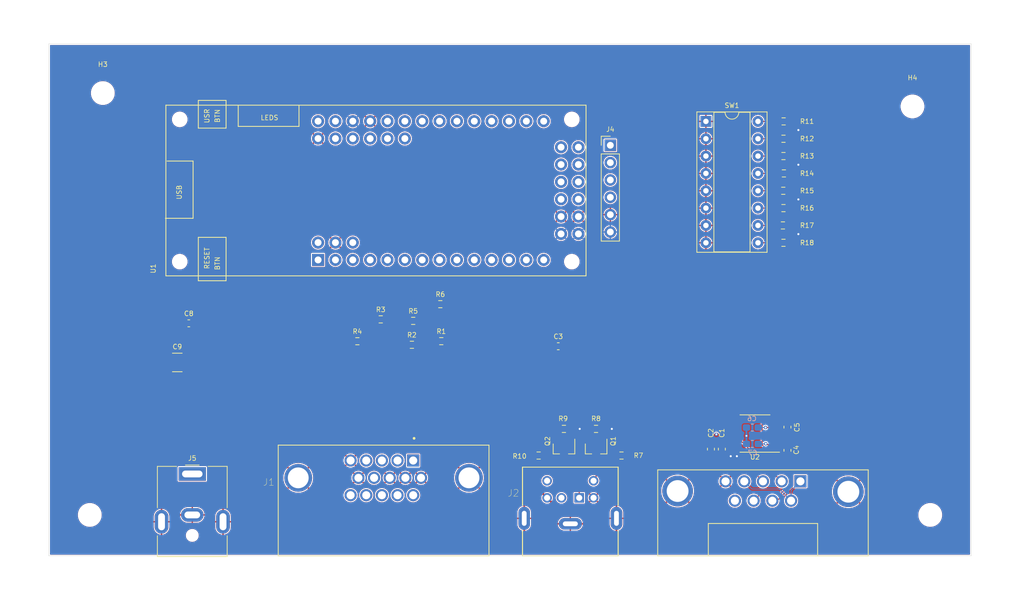
<source format=kicad_pcb>
(kicad_pcb (version 20171130) (host pcbnew 5.1.9-1.fc33)
  (layers (0 F.Cu signal) (31 B.Cu signal) (34 B.Paste user) (35 F.Paste user) (36 B.SilkS user) (37 F.SilkS user) (38 B.Mask user) (39 F.Mask user) (44 Edge.Cuts user))
  (net 0 "")
  (net 1 GND)
  (net 2 +3V3)
  (net 3 +5V)
  (net 4 "Net-(C4-Pad2)")
  (net 5 "Net-(C4-Pad1)")
  (net 6 "Net-(C5-Pad1)")
  (net 7 "Net-(C5-Pad2)")
  (net 8 "Net-(C6-Pad1)")
  (net 9 "Net-(C7-Pad1)")
  (net 10 /VCC-5.0)
  (net 11 /RED)
  (net 12 /GREEN)
  (net 13 /BLUE)
  (net 14 /HSYNC)
  (net 15 /VSYNC)
  (net 16 "Net-(J2-Pad1)")
  (net 17 "Net-(J2-Pad5)")
  (net 18 "Net-(J3-Pad1)")
  (net 19 /RXD)
  (net 20 /TXD)
  (net 21 /RTS)
  (net 22 /CTS)
  (net 23 /DBG_UART_RTS)
  (net 24 /DBG_UART_CTS)
  (net 25 /DBG_UART_RX)
  (net 26 /DBG_UART_TX)
  (net 27 /KBD_CLK)
  (net 28 /KBD_DATA)
  (net 29 /PIXEL_R1)
  (net 30 /PIXEL_R2)
  (net 31 /PIXEL_G1)
  (net 32 /PIXEL_G2)
  (net 33 /PIXEL_B1)
  (net 34 /PIXEL_B2)
  (net 35 /DIP_SW0)
  (net 36 /DIP_SW1)
  (net 37 /DIP_SW2)
  (net 38 /DIP_SW3)
  (net 39 /DIP_SW4)
  (net 40 /DIP_SW5)
  (net 41 /DIP_SW6)
  (net 42 /DIP_SW7)
  (net 43 /UART_RX)
  (net 44 /UART_TX)
  (net 45 /UART_RTS)
  (net 46 /UART_CTS)
  (module falco_VIAS:VIA-0.6mm (layer F.Cu) (at 112.4 131.4)
    (fp_text reference REF** hide)
    (fp_text value VIA-0.6mm hide)
    (pad 1 thru_hole circle (at 0 0) (size 0.6 0.6) (drill 0.3) (layers *.Cu) (net 2 +3V3))
  )
  (module falco_VIAS:VIA-0.6mm (layer F.Cu) (at 107.7 131.4)
    (fp_text reference REF** hide)
    (fp_text value VIA-0.6mm hide)
    (pad 1 thru_hole circle (at 0 0) (size 0.6 0.6) (drill 0.3) (layers *.Cu) (net 2 +3V3))
  )
  (module falco_VIAS:VIA-0.6mm (layer F.Cu) (at 127.7 132.2)
    (fp_text reference REF** hide)
    (fp_text value VIA-0.6mm hide)
    (pad 1 thru_hole circle (at 0 0) (size 0.508 0.508) (drill 0.254) (layers *.Cu) (net 1 GND))
  )
  (module falco_VIAS:VIA-0.6mm (layer F.Cu) (at 130.7 135.4)
    (fp_text reference REF** hide)
    (fp_text value VIA-0.6mm hide)
    (pad 1 thru_hole circle (at 0 0) (size 0.6 0.6) (drill 0.3) (layers *.Cu) (net 2 +3V3))
  )
  (module falco_VIAS:VIA-0.6mm (layer F.Cu) (at 132.1 132.42)
    (fp_text reference REF** hide)
    (fp_text value VIA-0.6mm hide)
    (pad 1 thru_hole circle (at 0 0) (size 0.508 0.508) (drill 0.254) (layers *.Cu) (net 1 GND))
  )
  (module falco_VIAS:VIA-0.6mm (layer F.Cu) (at 129.8 135.4)
    (fp_text reference REF** hide)
    (fp_text value VIA-0.6mm hide)
    (pad 1 thru_hole circle (at 0 0) (size 0.6 0.6) (drill 0.3) (layers *.Cu) (net 2 +3V3))
  )
  (module falco_VIAS:VIA-0.6mm (layer F.Cu) (at 139.7 97.79)
    (fp_text reference REF** hide)
    (fp_text value VIA-0.6mm hide)
    (pad 1 thru_hole circle (at 0 0) (size 0.6 0.6) (drill 0.3) (layers *.Cu) (net 2 +3V3))
  )
  (module falco_VIAS:VIA-0.6mm (layer F.Cu) (at 139.7 102.87)
    (fp_text reference REF** hide)
    (fp_text value VIA-0.6mm hide)
    (pad 1 thru_hole circle (at 0 0) (size 0.6 0.6) (drill 0.3) (layers *.Cu) (net 2 +3V3))
  )
  (module falco_VIAS:VIA-0.6mm (layer F.Cu) (at 139.7 92.71)
    (fp_text reference REF** hide)
    (fp_text value VIA-0.6mm hide)
    (pad 1 thru_hole circle (at 0 0) (size 0.6 0.6) (drill 0.3) (layers *.Cu) (net 2 +3V3))
  )
  (module falco_VIAS:VIA-0.6mm (layer F.Cu) (at 139.7 87.63)
    (fp_text reference REF** hide)
    (fp_text value VIA-0.6mm hide)
    (pad 1 thru_hole circle (at 0 0) (size 0.6 0.6) (drill 0.3) (layers *.Cu) (net 2 +3V3))
  )
  (module falco_terminal:CUI_MD-60SM (layer F.Cu) (at 106.327 143.5 180)
    (fp_text reference J2 (at 8.327 2.7) (layer F.SilkS) (effects (font (size 1.00087 1.00087) (thickness 0.05))))
    (fp_text value Mini-DIN-6 hide)
    (pad S1 thru_hole oval (at 0 -1.8 180) (size 3.4 1.7) (drill oval 2.2 0.7) (layers *.Cu *.Mask) (net 1 GND))
    (pad 3 thru_hole circle (at -3.4 2 180) (size 1.408 1.408) (drill 0.9) (layers *.Cu *.Mask) (net 1 GND))
    (pad 1 thru_hole rect (at -1.3 2 180) (size 1.408 1.408) (drill 0.9) (layers *.Cu *.Mask) (net 16 "Net-(J2-Pad1)"))
    (pad 2 thru_hole circle (at 1.3 2 180) (size 1.408 1.408) (drill 0.9) (layers *.Cu *.Mask))
    (pad 4 thru_hole circle (at 3.4 2 180) (size 1.408 1.408) (drill 0.9) (layers *.Cu *.Mask) (net 3 +5V))
    (pad 5 thru_hole circle (at -3.4 4.5 180) (size 1.408 1.408) (drill 0.9) (layers *.Cu *.Mask) (net 17 "Net-(J2-Pad5)"))
    (pad 6 thru_hole circle (at 3.4 4.5 180) (size 1.408 1.408) (drill 0.9) (layers *.Cu *.Mask))
    (pad S2 thru_hole oval (at -6.75 -1 270) (size 3.4 1.7) (drill oval 2.2 0.7) (layers *.Cu *.Mask) (net 1 GND))
    (pad S3 thru_hole oval (at 6.75 -1 270) (size 3.4 1.7) (drill oval 2.2 0.7) (layers *.Cu *.Mask) (net 1 GND))
  )
  (module falco_terminal:AMPHENOL_L77HDE15SD1CH4F (layer F.Cu) (at 79 138.57)
    (fp_text reference J1 (at -16.8 0.63) (layer F.SilkS) (effects (font (thickness 0.05))))
    (fp_text value L77HDE15SD1CH4F-ND hide)
    (pad 1 thru_hole rect (at 4.33 -2.54) (size 1.785 1.785) (drill 1.19) (layers *.Cu *.Mask) (net 11 /RED))
    (pad 2 thru_hole circle (at 2.04 -2.54) (size 1.785 1.785) (drill 1.19) (layers *.Cu *.Mask) (net 12 /GREEN))
    (pad 3 thru_hole circle (at -0.25 -2.54) (size 1.785 1.785) (drill 1.19) (layers *.Cu *.Mask) (net 13 /BLUE))
    (pad 4 thru_hole circle (at -2.54 -2.54) (size 1.785 1.785) (drill 1.19) (layers *.Cu *.Mask))
    (pad 5 thru_hole circle (at -4.83 -2.54) (size 1.785 1.785) (drill 1.19) (layers *.Cu *.Mask) (net 1 GND))
    (pad 6 thru_hole circle (at 5.475 0) (size 1.785 1.785) (drill 1.19) (layers *.Cu *.Mask) (net 1 GND))
    (pad 7 thru_hole circle (at 3.185 0) (size 1.785 1.785) (drill 1.19) (layers *.Cu *.Mask) (net 1 GND))
    (pad 8 thru_hole circle (at 0.895 0) (size 1.785 1.785) (drill 1.19) (layers *.Cu *.Mask) (net 1 GND))
    (pad 9 thru_hole circle (at -1.395 0) (size 1.785 1.785) (drill 1.19) (layers *.Cu *.Mask))
    (pad 10 thru_hole circle (at -3.685 0) (size 1.785 1.785) (drill 1.19) (layers *.Cu *.Mask) (net 1 GND))
    (pad 11 thru_hole circle (at 4.33 2.54) (size 1.785 1.785) (drill 1.19) (layers *.Cu *.Mask))
    (pad 12 thru_hole circle (at 2.04 2.54) (size 1.785 1.785) (drill 1.19) (layers *.Cu *.Mask))
    (pad 13 thru_hole circle (at -0.25 2.54) (size 1.785 1.785) (drill 1.19) (layers *.Cu *.Mask) (net 14 /HSYNC))
    (pad 14 thru_hole circle (at -2.54 2.54) (size 1.785 1.785) (drill 1.19) (layers *.Cu *.Mask) (net 15 /VSYNC))
    (pad 15 thru_hole circle (at -4.83 2.54) (size 1.785 1.785) (drill 1.19) (layers *.Cu *.Mask))
    (pad S1 thru_hole circle (at -12.495 0) (size 4.066 4.066) (drill 3.05) (layers *.Cu *.Mask) (net 1 GND))
    (pad S2 thru_hole circle (at 12.495 0) (size 4.066 4.066) (drill 3.05) (layers *.Cu *.Mask) (net 1 GND))
  )
  (module Package_TO_SOT_SMD:SOT-23 (layer F.Cu) (at 110.1 134.3 270)
    (fp_text reference Q1 (at -1.1 -2.5 90) (layer F.SilkS) (effects (font (size 0.7 0.7) (thickness 0.1))))
    (fp_text value BSS138)
    (pad 1 smd rect (at -1 -0.95 270) (size 0.9 0.8) (layers F.Cu F.Paste F.Mask) (net 2 +3V3))
    (pad 2 smd rect (at -1 0.95 270) (size 0.9 0.8) (layers F.Cu F.Paste F.Mask) (net 27 /KBD_CLK))
    (pad 3 smd rect (at 1 0 270) (size 0.9 0.8) (layers F.Cu F.Paste F.Mask) (net 17 "Net-(J2-Pad5)"))
  )
  (module Package_TO_SOT_SMD:SOT-23 (layer F.Cu) (at 105.4 134.3 270)
    (fp_text reference Q2 (at -1.1 2.4 90) (layer F.SilkS) (effects (font (size 0.7 0.7) (thickness 0.1))))
    (fp_text value BSS138)
    (pad 3 smd rect (at 1 0 270) (size 0.9 0.8) (layers F.Cu F.Paste F.Mask) (net 16 "Net-(J2-Pad1)"))
    (pad 2 smd rect (at -1 0.95 270) (size 0.9 0.8) (layers F.Cu F.Paste F.Mask) (net 28 /KBD_DATA))
    (pad 1 smd rect (at -1 -0.95 270) (size 0.9 0.8) (layers F.Cu F.Paste F.Mask) (net 2 +3V3))
  )
  (module Capacitor_SMD:C_0603_1608Metric_Pad1.08x0.95mm_HandSolder (layer F.Cu) (at 128.5 134.3625 90)
    (fp_text reference C1 (at 2.3625 0 90) (layer F.SilkS) (effects (font (size 0.7 0.7) (thickness 0.1))))
    (fp_text value 0.1u)
    (pad 1 smd roundrect (at -0.8625 0 90) (size 1.075 0.95) (layers F.Cu F.Paste F.Mask) (net 2 +3V3))
    (pad 2 smd roundrect (at 0.8625 0 90) (size 1.075 0.95) (layers F.Cu F.Paste F.Mask) (net 1 GND))
  )
  (module Capacitor_SMD:C_0603_1608Metric_Pad1.08x0.95mm_HandSolder (layer F.Cu) (at 126.9 134.3625 90)
    (fp_text reference C2 (at 2.3625 0 90) (layer F.SilkS) (effects (font (size 0.7 0.7) (thickness 0.1))))
    (fp_text value 10u)
    (pad 2 smd roundrect (at 0.8625 0 90) (size 1.075 0.95) (layers F.Cu F.Paste F.Mask) (net 1 GND))
    (pad 1 smd roundrect (at -0.8625 0 90) (size 1.075 0.95) (layers F.Cu F.Paste F.Mask) (net 2 +3V3))
  )
  (module Capacitor_SMD:C_0603_1608Metric_Pad1.08x0.95mm_HandSolder (layer F.Cu) (at 104.56 119.3)
    (fp_text reference C3 (at 0 -1.43) (layer F.SilkS) (effects (font (size 0.7 0.7) (thickness 0.1))))
    (fp_text value 0.1u)
    (pad 1 smd roundrect (at -0.8625 0) (size 1.075 0.95) (layers F.Cu F.Paste F.Mask) (net 3 +5V))
    (pad 2 smd roundrect (at 0.8625 0) (size 1.075 0.95) (layers F.Cu F.Paste F.Mask) (net 1 GND))
  )
  (module Capacitor_SMD:C_0603_1608Metric_Pad1.08x0.95mm_HandSolder (layer F.Cu) (at 138.1 134.5375 90)
    (fp_text reference C4 (at 0.0625 1.3 90) (layer F.SilkS) (effects (font (size 0.7 0.7) (thickness 0.1))))
    (fp_text value 0.1u)
    (pad 2 smd roundrect (at 0.8625 0 90) (size 1.075 0.95) (layers F.Cu F.Paste F.Mask) (net 4 "Net-(C4-Pad2)"))
    (pad 1 smd roundrect (at -0.8625 0 90) (size 1.075 0.95) (layers F.Cu F.Paste F.Mask) (net 5 "Net-(C4-Pad1)"))
  )
  (module Capacitor_SMD:C_0603_1608Metric_Pad1.08x0.95mm_HandSolder (layer F.Cu) (at 138.1 131.1375 90)
    (fp_text reference C5 (at -0.0375 1.4 90) (layer F.SilkS) (effects (font (size 0.7 0.7) (thickness 0.1))))
    (fp_text value 0.1u)
    (pad 1 smd roundrect (at -0.8625 0 90) (size 1.075 0.95) (layers F.Cu F.Paste F.Mask) (net 6 "Net-(C5-Pad1)"))
    (pad 2 smd roundrect (at 0.8625 0 90) (size 1.075 0.95) (layers F.Cu F.Paste F.Mask) (net 7 "Net-(C5-Pad2)"))
  )
  (module Capacitor_SMD:C_0603_1608Metric_Pad1.08x0.95mm_HandSolder (layer B.Cu) (at 132.9625 131.2 180)
    (fp_text reference C6 (at 0.0625 1.3) (layer B.SilkS) (effects (font (size 0.7 0.7) (thickness 0.1)) (justify mirror)))
    (fp_text value 0.1u)
    (pad 2 smd roundrect (at 0.8625 0 180) (size 1.075 0.95) (layers B.Cu B.Paste B.Mask) (net 1 GND))
    (pad 1 smd roundrect (at -0.8625 0 180) (size 1.075 0.95) (layers B.Cu B.Paste B.Mask) (net 8 "Net-(C6-Pad1)"))
  )
  (module Capacitor_SMD:C_0603_1608Metric_Pad1.08x0.95mm_HandSolder (layer B.Cu) (at 132.9625 133.6 180)
    (fp_text reference C7 (at -0.0375 -1.3) (layer B.SilkS) (effects (font (size 0.7 0.7) (thickness 0.1)) (justify mirror)))
    (fp_text value 0.1u)
    (pad 2 smd roundrect (at 0.8625 0 180) (size 1.075 0.95) (layers B.Cu B.Paste B.Mask) (net 1 GND))
    (pad 1 smd roundrect (at -0.8625 0 180) (size 1.075 0.95) (layers B.Cu B.Paste B.Mask) (net 9 "Net-(C7-Pad1)"))
  )
  (module Capacitor_SMD:C_0603_1608Metric_Pad1.08x0.95mm_HandSolder (layer F.Cu) (at 50.49 115.94)
    (fp_text reference C8 (at 0 -1.43) (layer F.SilkS) (effects (font (size 0.7 0.7) (thickness 0.1))))
    (fp_text value 0.1u)
    (pad 1 smd roundrect (at -0.8625 0) (size 1.075 0.95) (layers F.Cu F.Paste F.Mask) (net 10 /VCC-5.0))
    (pad 2 smd roundrect (at 0.8625 0) (size 1.075 0.95) (layers F.Cu F.Paste F.Mask) (net 1 GND))
  )
  (module Capacitor_SMD:C_1210_3225Metric_Pad1.33x2.70mm_HandSolder (layer F.Cu) (at 48.8075 121.67)
    (fp_text reference C9 (at 0 -2.3) (layer F.SilkS) (effects (font (size 0.7 0.7) (thickness 0.1))))
    (fp_text value 100u)
    (pad 1 smd roundrect (at -1.5625 0) (size 1.325 2.7) (layers F.Cu F.Paste F.Mask) (roundrect_rratio 0.188679) (net 10 /VCC-5.0))
    (pad 2 smd roundrect (at 1.5625 0) (size 1.325 2.7) (layers F.Cu F.Paste F.Mask) (roundrect_rratio 0.188679) (net 1 GND))
  )
  (module falco_terminal:AMPHENOL_LD09S33E4GX00LF (layer F.Cu) (at 134.521 140.5)
    (fp_text reference J3 hide)
    (fp_text value "UART Connector")
    (pad S1 thru_hole circle (at -12.495 0) (size 4.5 4.5) (drill 3.19) (layers *.Cu *.Mask) (net 1 GND))
    (pad S2 thru_hole circle (at 12.495 0.1016) (size 4.5 4.5) (drill 3.19) (layers *.Cu *.Mask) (net 1 GND))
    (pad 5 thru_hole circle (at -5.48 -1.42) (size 1.785 1.785) (drill 1.19) (layers *.Cu *.Mask) (net 1 GND))
    (pad 1 thru_hole rect (at 5.48 -1.42) (size 1.785 1.785) (drill 1.19) (layers *.Cu *.Mask) (net 18 "Net-(J3-Pad1)"))
    (pad 2 thru_hole circle (at 2.74 -1.42) (size 1.785 1.785) (drill 1.19) (layers *.Cu *.Mask) (net 19 /RXD))
    (pad 3 thru_hole circle (at 0 -1.42) (size 1.785 1.785) (drill 1.19) (layers *.Cu *.Mask) (net 20 /TXD))
    (pad 4 thru_hole circle (at -2.74 -1.42) (size 1.785 1.785) (drill 1.19) (layers *.Cu *.Mask) (net 18 "Net-(J3-Pad1)"))
    (pad 6 thru_hole circle (at 4.11 1.42) (size 1.785 1.785) (drill 1.19) (layers *.Cu *.Mask) (net 18 "Net-(J3-Pad1)"))
    (pad 7 thru_hole circle (at 1.37 1.42) (size 1.785 1.785) (drill 1.19) (layers *.Cu *.Mask) (net 21 /RTS))
    (pad 8 thru_hole circle (at -1.37 1.42) (size 1.785 1.785) (drill 1.19) (layers *.Cu *.Mask) (net 22 /CTS))
    (pad 9 thru_hole circle (at -4.11 1.42) (size 1.785 1.785) (drill 1.19) (layers *.Cu *.Mask))
  )
  (module Connector_PinHeader_2.54mm:PinHeader_1x06_P2.54mm_Vertical (layer F.Cu) (at 112.18 89.86)
    (fp_text reference J4 (at 0 -2.33) (layer F.SilkS) (effects (font (size 0.7 0.7) (thickness 0.1))))
    (fp_text value "DEBUG UART HEADER")
    (pad 1 thru_hole rect (at 0 0) (size 1.7 1.7) (drill 1) (layers *.Cu *.Mask) (net 23 /DBG_UART_RTS))
    (pad 2 thru_hole oval (at 0 2.54) (size 1.7 1.7) (drill 1) (layers *.Cu *.Mask) (net 24 /DBG_UART_CTS))
    (pad 3 thru_hole oval (at 0 5.08) (size 1.7 1.7) (drill 1) (layers *.Cu *.Mask) (net 25 /DBG_UART_RX))
    (pad 4 thru_hole oval (at 0 7.62) (size 1.7 1.7) (drill 1) (layers *.Cu *.Mask) (net 26 /DBG_UART_TX))
    (pad 5 thru_hole oval (at 0 10.16) (size 1.7 1.7) (drill 1) (layers *.Cu *.Mask) (net 1 GND))
    (pad 6 thru_hole oval (at 0 12.7) (size 1.7 1.7) (drill 1) (layers *.Cu *.Mask) (net 2 +3V3))
  )
  (module falco_terminal:BarrelJack_CUI_PJ-063AH_Horizontal (layer F.Cu) (at 51 138)
    (fp_text reference J5 (at 0 -2.3) (layer F.SilkS) (effects (font (size 0.7 0.7) (thickness 0.1))))
    (fp_text value Power hide)
    (pad 1 thru_hole rect (at 0 0) (size 4 2) (drill oval 3 1) (layers *.Cu *.Mask) (net 10 /VCC-5.0))
    (pad 2 thru_hole oval (at 0 6) (size 3.3 2) (drill oval 2.3 1) (layers *.Cu *.Mask) (net 1 GND))
    (pad MP thru_hole oval (at -4.5 7) (size 2 3.5) (drill oval 1 2.5) (layers *.Cu *.Mask) (net 1 GND))
    (pad MP thru_hole oval (at 4.5 7) (size 2 3.5) (drill oval 1 2.5) (layers *.Cu *.Mask) (net 1 GND))
    (pad "" np_thru_hole circle (at 0 9) (size 1.6 1.6) (drill 1.6) (layers *.Cu *.Mask))
  )
  (module Resistor_SMD:R_0603_1608Metric_Pad0.98x0.95mm_HandSolder (layer F.Cu) (at 87.44 118.55)
    (fp_text reference R1 (at 0 -1.43) (layer F.SilkS) (effects (font (size 0.7 0.7) (thickness 0.1))))
    (fp_text value 500)
    (pad 1 smd roundrect (at -0.9125 0) (size 0.975 0.95) (layers F.Cu F.Paste F.Mask) (net 11 /RED))
    (pad 2 smd roundrect (at 0.9125 0) (size 0.975 0.95) (layers F.Cu F.Paste F.Mask) (net 29 /PIXEL_R1))
  )
  (module Resistor_SMD:R_0603_1608Metric_Pad0.98x0.95mm_HandSolder (layer F.Cu) (at 83.14 119.08)
    (fp_text reference R2 (at 0 -1.43) (layer F.SilkS) (effects (font (size 0.7 0.7) (thickness 0.1))))
    (fp_text value 1k)
    (pad 2 smd roundrect (at 0.9125 0) (size 0.975 0.95) (layers F.Cu F.Paste F.Mask) (net 30 /PIXEL_R2))
    (pad 1 smd roundrect (at -0.9125 0) (size 0.975 0.95) (layers F.Cu F.Paste F.Mask) (net 11 /RED))
  )
  (module Resistor_SMD:R_0603_1608Metric_Pad0.98x0.95mm_HandSolder (layer F.Cu) (at 78.58 115.36)
    (fp_text reference R3 (at 0 -1.43) (layer F.SilkS) (effects (font (size 0.7 0.7) (thickness 0.1))))
    (fp_text value 500)
    (pad 1 smd roundrect (at -0.9125 0) (size 0.975 0.95) (layers F.Cu F.Paste F.Mask) (net 12 /GREEN))
    (pad 2 smd roundrect (at 0.9125 0) (size 0.975 0.95) (layers F.Cu F.Paste F.Mask) (net 31 /PIXEL_G1))
  )
  (module Resistor_SMD:R_0603_1608Metric_Pad0.98x0.95mm_HandSolder (layer F.Cu) (at 75.16 118.56)
    (fp_text reference R4 (at 0 -1.43) (layer F.SilkS) (effects (font (size 0.7 0.7) (thickness 0.1))))
    (fp_text value 1k)
    (pad 2 smd roundrect (at 0.9125 0) (size 0.975 0.95) (layers F.Cu F.Paste F.Mask) (net 32 /PIXEL_G2))
    (pad 1 smd roundrect (at -0.9125 0) (size 0.975 0.95) (layers F.Cu F.Paste F.Mask) (net 12 /GREEN))
  )
  (module Resistor_SMD:R_0603_1608Metric_Pad0.98x0.95mm_HandSolder (layer F.Cu) (at 83.33 115.58)
    (fp_text reference R5 (at 0 -1.43) (layer F.SilkS) (effects (font (size 0.7 0.7) (thickness 0.1))))
    (fp_text value 500)
    (pad 1 smd roundrect (at -0.9125 0) (size 0.975 0.95) (layers F.Cu F.Paste F.Mask) (net 13 /BLUE))
    (pad 2 smd roundrect (at 0.9125 0) (size 0.975 0.95) (layers F.Cu F.Paste F.Mask) (net 33 /PIXEL_B1))
  )
  (module Resistor_SMD:R_0603_1608Metric_Pad0.98x0.95mm_HandSolder (layer F.Cu) (at 87.3 113.13)
    (fp_text reference R6 (at 0 -1.43) (layer F.SilkS) (effects (font (size 0.7 0.7) (thickness 0.1))))
    (fp_text value 1k)
    (pad 2 smd roundrect (at 0.9125 0) (size 0.975 0.95) (layers F.Cu F.Paste F.Mask) (net 34 /PIXEL_B2))
    (pad 1 smd roundrect (at -0.9125 0) (size 0.975 0.95) (layers F.Cu F.Paste F.Mask) (net 13 /BLUE))
  )
  (module Resistor_SMD:R_0603_1608Metric_Pad0.98x0.95mm_HandSolder (layer F.Cu) (at 113.8125 135.3 180)
    (fp_text reference R7 (at -2.4875 0) (layer F.SilkS) (effects (font (size 0.7 0.7) (thickness 0.1))))
    (fp_text value 10k)
    (pad 2 smd roundrect (at 0.9125 0 180) (size 0.975 0.95) (layers F.Cu F.Paste F.Mask) (net 17 "Net-(J2-Pad5)"))
    (pad 1 smd roundrect (at -0.9125 0 180) (size 0.975 0.95) (layers F.Cu F.Paste F.Mask) (net 3 +5V))
  )
  (module Resistor_SMD:R_0603_1608Metric_Pad0.98x0.95mm_HandSolder (layer F.Cu) (at 110.0875 131.4 180)
    (fp_text reference R8 (at 0 1.5) (layer F.SilkS) (effects (font (size 0.7 0.7) (thickness 0.1))))
    (fp_text value 10k)
    (pad 1 smd roundrect (at -0.9125 0 180) (size 0.975 0.95) (layers F.Cu F.Paste F.Mask) (net 2 +3V3))
    (pad 2 smd roundrect (at 0.9125 0 180) (size 0.975 0.95) (layers F.Cu F.Paste F.Mask) (net 27 /KBD_CLK))
  )
  (module Resistor_SMD:R_0603_1608Metric_Pad0.98x0.95mm_HandSolder (layer F.Cu) (at 105.3875 131.4 180)
    (fp_text reference R9 (at 0.1125 1.5) (layer F.SilkS) (effects (font (size 0.7 0.7) (thickness 0.1))))
    (fp_text value 10k)
    (pad 2 smd roundrect (at 0.9125 0 180) (size 0.975 0.95) (layers F.Cu F.Paste F.Mask) (net 28 /KBD_DATA))
    (pad 1 smd roundrect (at -0.9125 0 180) (size 0.975 0.95) (layers F.Cu F.Paste F.Mask) (net 2 +3V3))
  )
  (module Resistor_SMD:R_0603_1608Metric_Pad0.98x0.95mm_HandSolder (layer F.Cu) (at 101.6875 135.3)
    (fp_text reference R10 (at -2.7875 0.1) (layer F.SilkS) (effects (font (size 0.7 0.7) (thickness 0.1))))
    (fp_text value 10k)
    (pad 1 smd roundrect (at -0.9125 0) (size 0.975 0.95) (layers F.Cu F.Paste F.Mask) (net 3 +5V))
    (pad 2 smd roundrect (at 0.9125 0) (size 0.975 0.95) (layers F.Cu F.Paste F.Mask) (net 16 "Net-(J2-Pad1)"))
  )
  (module Resistor_SMD:R_0603_1608Metric_Pad0.98x0.95mm_HandSolder (layer F.Cu) (at 137.5425 86.36 180)
    (fp_text reference R11 (at -3.4275 0) (layer F.SilkS) (effects (font (size 0.7 0.7) (thickness 0.1))))
    (fp_text value 10k)
    (pad 2 smd roundrect (at 0.9125 0 180) (size 0.975 0.95) (layers F.Cu F.Paste F.Mask) (net 35 /DIP_SW0))
    (pad 1 smd roundrect (at -0.9125 0 180) (size 0.975 0.95) (layers F.Cu F.Paste F.Mask) (net 2 +3V3))
  )
  (module Resistor_SMD:R_0603_1608Metric_Pad0.98x0.95mm_HandSolder (layer F.Cu) (at 137.52 88.9 180)
    (fp_text reference R12 (at -3.45 0) (layer F.SilkS) (effects (font (size 0.7 0.7) (thickness 0.1))))
    (fp_text value 10k)
    (pad 1 smd roundrect (at -0.9125 0 180) (size 0.975 0.95) (layers F.Cu F.Paste F.Mask) (net 2 +3V3))
    (pad 2 smd roundrect (at 0.9125 0 180) (size 0.975 0.95) (layers F.Cu F.Paste F.Mask) (net 36 /DIP_SW1))
  )
  (module Resistor_SMD:R_0603_1608Metric_Pad0.98x0.95mm_HandSolder (layer F.Cu) (at 137.5175 91.44 180)
    (fp_text reference R13 (at -3.4525 0) (layer F.SilkS) (effects (font (size 0.7 0.7) (thickness 0.1))))
    (fp_text value 10k)
    (pad 1 smd roundrect (at -0.9125 0 180) (size 0.975 0.95) (layers F.Cu F.Paste F.Mask) (net 2 +3V3))
    (pad 2 smd roundrect (at 0.9125 0 180) (size 0.975 0.95) (layers F.Cu F.Paste F.Mask) (net 37 /DIP_SW2))
  )
  (module Resistor_SMD:R_0603_1608Metric_Pad0.98x0.95mm_HandSolder (layer F.Cu) (at 137.58 93.98 180)
    (fp_text reference R14 (at -3.39 0) (layer F.SilkS) (effects (font (size 0.7 0.7) (thickness 0.1))))
    (fp_text value 10k)
    (pad 2 smd roundrect (at 0.9125 0 180) (size 0.975 0.95) (layers F.Cu F.Paste F.Mask) (net 38 /DIP_SW3))
    (pad 1 smd roundrect (at -0.9125 0 180) (size 0.975 0.95) (layers F.Cu F.Paste F.Mask) (net 2 +3V3))
  )
  (module Resistor_SMD:R_0603_1608Metric_Pad0.98x0.95mm_HandSolder (layer F.Cu) (at 137.4875 96.52 180)
    (fp_text reference R15 (at -3.4825 0) (layer F.SilkS) (effects (font (size 0.7 0.7) (thickness 0.1))))
    (fp_text value 10k)
    (pad 1 smd roundrect (at -0.9125 0 180) (size 0.975 0.95) (layers F.Cu F.Paste F.Mask) (net 2 +3V3))
    (pad 2 smd roundrect (at 0.9125 0 180) (size 0.975 0.95) (layers F.Cu F.Paste F.Mask) (net 39 /DIP_SW4))
  )
  (module Resistor_SMD:R_0603_1608Metric_Pad0.98x0.95mm_HandSolder (layer F.Cu) (at 137.5175 99.06 180)
    (fp_text reference R16 (at -3.4525 0) (layer F.SilkS) (effects (font (size 0.7 0.7) (thickness 0.1))))
    (fp_text value 10k)
    (pad 2 smd roundrect (at 0.9125 0 180) (size 0.975 0.95) (layers F.Cu F.Paste F.Mask) (net 40 /DIP_SW5))
    (pad 1 smd roundrect (at -0.9125 0 180) (size 0.975 0.95) (layers F.Cu F.Paste F.Mask) (net 2 +3V3))
  )
  (module Resistor_SMD:R_0603_1608Metric_Pad0.98x0.95mm_HandSolder (layer F.Cu) (at 137.44 101.6 180)
    (fp_text reference R17 (at -3.53 0) (layer F.SilkS) (effects (font (size 0.7 0.7) (thickness 0.1))))
    (fp_text value 10k)
    (pad 1 smd roundrect (at -0.9125 0 180) (size 0.975 0.95) (layers F.Cu F.Paste F.Mask) (net 2 +3V3))
    (pad 2 smd roundrect (at 0.9125 0 180) (size 0.975 0.95) (layers F.Cu F.Paste F.Mask) (net 41 /DIP_SW6))
  )
  (module Resistor_SMD:R_0603_1608Metric_Pad0.98x0.95mm_HandSolder (layer F.Cu) (at 137.5175 104.14 180)
    (fp_text reference R18 (at -3.4525 0) (layer F.SilkS) (effects (font (size 0.7 0.7) (thickness 0.1))))
    (fp_text value 10k)
    (pad 2 smd roundrect (at 0.9125 0 180) (size 0.975 0.95) (layers F.Cu F.Paste F.Mask) (net 42 /DIP_SW7))
    (pad 1 smd roundrect (at -0.9125 0 180) (size 0.975 0.95) (layers F.Cu F.Paste F.Mask) (net 2 +3V3))
  )
  (module Package_DIP:DIP-16_W7.62mm_Socket (layer F.Cu) (at 126.17 86.36)
    (fp_text reference SW1 (at 3.81 -2.33) (layer F.SilkS) (effects (font (size 0.7 0.7) (thickness 0.1))))
    (fp_text value CT2088-ND)
    (pad 1 thru_hole rect (at 0 0) (size 1.6 1.6) (drill 0.8) (layers *.Cu *.Mask) (net 1 GND))
    (pad 9 thru_hole oval (at 7.62 17.78) (size 1.6 1.6) (drill 0.8) (layers *.Cu *.Mask) (net 42 /DIP_SW7))
    (pad 2 thru_hole oval (at 0 2.54) (size 1.6 1.6) (drill 0.8) (layers *.Cu *.Mask) (net 1 GND))
    (pad 10 thru_hole oval (at 7.62 15.24) (size 1.6 1.6) (drill 0.8) (layers *.Cu *.Mask) (net 41 /DIP_SW6))
    (pad 3 thru_hole oval (at 0 5.08) (size 1.6 1.6) (drill 0.8) (layers *.Cu *.Mask) (net 1 GND))
    (pad 11 thru_hole oval (at 7.62 12.7) (size 1.6 1.6) (drill 0.8) (layers *.Cu *.Mask) (net 40 /DIP_SW5))
    (pad 4 thru_hole oval (at 0 7.62) (size 1.6 1.6) (drill 0.8) (layers *.Cu *.Mask) (net 1 GND))
    (pad 12 thru_hole oval (at 7.62 10.16) (size 1.6 1.6) (drill 0.8) (layers *.Cu *.Mask) (net 39 /DIP_SW4))
    (pad 5 thru_hole oval (at 0 10.16) (size 1.6 1.6) (drill 0.8) (layers *.Cu *.Mask) (net 1 GND))
    (pad 13 thru_hole oval (at 7.62 7.62) (size 1.6 1.6) (drill 0.8) (layers *.Cu *.Mask) (net 38 /DIP_SW3))
    (pad 6 thru_hole oval (at 0 12.7) (size 1.6 1.6) (drill 0.8) (layers *.Cu *.Mask) (net 1 GND))
    (pad 14 thru_hole oval (at 7.62 5.08) (size 1.6 1.6) (drill 0.8) (layers *.Cu *.Mask) (net 37 /DIP_SW2))
    (pad 7 thru_hole oval (at 0 15.24) (size 1.6 1.6) (drill 0.8) (layers *.Cu *.Mask) (net 1 GND))
    (pad 15 thru_hole oval (at 7.62 2.54) (size 1.6 1.6) (drill 0.8) (layers *.Cu *.Mask) (net 36 /DIP_SW1))
    (pad 8 thru_hole oval (at 0 17.78) (size 1.6 1.6) (drill 0.8) (layers *.Cu *.Mask) (net 1 GND))
    (pad 16 thru_hole oval (at 7.62 0) (size 1.6 1.6) (drill 0.8) (layers *.Cu *.Mask) (net 35 /DIP_SW0))
  )
  (module falco_CYC1000:CYC1000 (layer F.Cu) (at 69.41 106.65 90)
    (fp_text reference U1 (at -1.27 -24.13 90) (layer F.SilkS) (effects (font (size 0.7 0.7) (thickness 0.1))))
    (fp_text value CYC1000)
    (fp_text user USB (at 9.906 -20.32 90) (layer F.SilkS) (effects (font (size 0.7 0.7) (thickness 0.1))))
    (fp_text user USR (at 21.082 -16.256 90) (layer F.SilkS) (effects (font (size 0.7 0.7) (thickness 0.1))))
    (fp_text user BTN (at 21.082 -14.732 90) (layer F.SilkS) (effects (font (size 0.7 0.7) (thickness 0.1))))
    (fp_text user RESET (at 0.254 -16.256 90) (layer F.SilkS) (effects (font (size 0.7 0.7) (thickness 0.1))))
    (fp_text user BTN (at -0.508 -14.732 90) (layer F.SilkS) (effects (font (size 0.7 0.7) (thickness 0.1))))
    (fp_text user LEDS (at 20.828 -7.112) (layer F.SilkS) (effects (font (size 0.7 0.7) (thickness 0.1))))
    (pad 2 thru_hole circle (at 0 2.54 90) (size 1.778 1.778) (drill 1.016) (layers *.Cu *.Mask) (net 29 /PIXEL_R1))
    (pad 1 thru_hole rect (at 0 0 90) (size 1.778 1.778) (drill 1.016) (layers *.Cu *.Mask))
    (pad 3 thru_hole circle (at 0 5.08 90) (size 1.778 1.778) (drill 1.016) (layers *.Cu *.Mask) (net 30 /PIXEL_R2))
    (pad 4 thru_hole circle (at 0 7.62 90) (size 1.778 1.778) (drill 1.016) (layers *.Cu *.Mask) (net 31 /PIXEL_G1))
    (pad 5 thru_hole circle (at 0 10.16 90) (size 1.778 1.778) (drill 1.016) (layers *.Cu *.Mask) (net 32 /PIXEL_G2))
    (pad 6 thru_hole circle (at 0 12.7 90) (size 1.778 1.778) (drill 1.016) (layers *.Cu *.Mask) (net 33 /PIXEL_B1))
    (pad 7 thru_hole circle (at 0 15.24 90) (size 1.778 1.778) (drill 1.016) (layers *.Cu *.Mask) (net 34 /PIXEL_B2))
    (pad 8 thru_hole circle (at 0 17.78 90) (size 1.778 1.778) (drill 1.016) (layers *.Cu *.Mask) (net 14 /HSYNC))
    (pad 9 thru_hole circle (at 0 20.32 90) (size 1.778 1.778) (drill 1.016) (layers *.Cu *.Mask) (net 15 /VSYNC))
    (pad 10 thru_hole circle (at 0 22.86 90) (size 1.778 1.778) (drill 1.016) (layers *.Cu *.Mask) (net 43 /UART_RX))
    (pad 11 thru_hole circle (at 0 25.4 90) (size 1.778 1.778) (drill 1.016) (layers *.Cu *.Mask) (net 44 /UART_TX))
    (pad 12 thru_hole circle (at 0 27.94 90) (size 1.778 1.778) (drill 1.016) (layers *.Cu *.Mask) (net 27 /KBD_CLK))
    (pad 13 thru_hole circle (at 0 30.48 90) (size 1.778 1.778) (drill 1.016) (layers *.Cu *.Mask) (net 28 /KBD_DATA))
    (pad 14 thru_hole circle (at 0 33.02 90) (size 1.778 1.778) (drill 1.016) (layers *.Cu *.Mask) (net 42 /DIP_SW7))
    (pad 15 thru_hole circle (at 2.54 0 90) (size 1.778 1.778) (drill 1.016) (layers *.Cu *.Mask))
    (pad 16 thru_hole circle (at 2.54 2.54 90) (size 1.778 1.778) (drill 1.016) (layers *.Cu *.Mask) (net 1 GND))
    (pad 17 thru_hole circle (at 2.54 5.08 90) (size 1.778 1.778) (drill 1.016) (layers *.Cu *.Mask))
    (pad 18 thru_hole circle (at 17.78 0 90) (size 1.778 1.778) (drill 1.016) (layers *.Cu *.Mask) (net 1 GND))
    (pad 19 thru_hole circle (at 17.78 2.54 90) (size 1.778 1.778) (drill 1.016) (layers *.Cu *.Mask))
    (pad 20 thru_hole circle (at 17.78 5.08 90) (size 1.778 1.778) (drill 1.016) (layers *.Cu *.Mask))
    (pad 21 thru_hole circle (at 17.78 7.62 90) (size 1.778 1.778) (drill 1.016) (layers *.Cu *.Mask))
    (pad 22 thru_hole circle (at 17.78 10.16 90) (size 1.778 1.778) (drill 1.016) (layers *.Cu *.Mask))
    (pad 23 thru_hole circle (at 17.78 12.7 90) (size 1.778 1.778) (drill 1.016) (layers *.Cu *.Mask))
    (pad 24 thru_hole circle (at 20.32 0 90) (size 1.778 1.778) (drill 1.016) (layers *.Cu *.Mask) (net 3 +5V))
    (pad 25 thru_hole circle (at 20.32 2.54 90) (size 1.778 1.778) (drill 1.016) (layers *.Cu *.Mask) (net 10 /VCC-5.0))
    (pad 26 thru_hole circle (at 20.32 5.08 90) (size 1.778 1.778) (drill 1.016) (layers *.Cu *.Mask) (net 2 +3V3))
    (pad 27 thru_hole circle (at 20.32 7.62 90) (size 1.778 1.778) (drill 1.016) (layers *.Cu *.Mask) (net 1 GND))
    (pad 28 thru_hole circle (at 20.32 10.16 90) (size 1.778 1.778) (drill 1.016) (layers *.Cu *.Mask))
    (pad 29 thru_hole circle (at 20.32 12.7 90) (size 1.778 1.778) (drill 1.016) (layers *.Cu *.Mask) (net 45 /UART_RTS))
    (pad 30 thru_hole circle (at 20.32 15.24 90) (size 1.778 1.778) (drill 1.016) (layers *.Cu *.Mask) (net 46 /UART_CTS))
    (pad 31 thru_hole circle (at 20.32 17.78 90) (size 1.778 1.778) (drill 1.016) (layers *.Cu *.Mask) (net 41 /DIP_SW6))
    (pad 32 thru_hole circle (at 20.32 20.32 90) (size 1.778 1.778) (drill 1.016) (layers *.Cu *.Mask) (net 40 /DIP_SW5))
    (pad 33 thru_hole circle (at 20.32 22.86 90) (size 1.778 1.778) (drill 1.016) (layers *.Cu *.Mask) (net 39 /DIP_SW4))
    (pad 34 thru_hole circle (at 20.32 25.4 90) (size 1.778 1.778) (drill 1.016) (layers *.Cu *.Mask) (net 38 /DIP_SW3))
    (pad 35 thru_hole circle (at 20.32 27.94 90) (size 1.778 1.778) (drill 1.016) (layers *.Cu *.Mask) (net 37 /DIP_SW2))
    (pad 36 thru_hole circle (at 20.32 30.48 90) (size 1.778 1.778) (drill 1.016) (layers *.Cu *.Mask) (net 36 /DIP_SW1))
    (pad 37 thru_hole circle (at 20.32 33.02 90) (size 1.778 1.778) (drill 1.016) (layers *.Cu *.Mask) (net 35 /DIP_SW0))
    (pad 38 thru_hole circle (at 3.81 35.56 90) (size 1.778 1.778) (drill 1.016) (layers *.Cu *.Mask) (net 2 +3V3))
    (pad 39 thru_hole circle (at 6.35 35.56 90) (size 1.778 1.778) (drill 1.016) (layers *.Cu *.Mask) (net 1 GND))
    (pad 40 thru_hole circle (at 8.89 35.56 90) (size 1.778 1.778) (drill 1.016) (layers *.Cu *.Mask))
    (pad 41 thru_hole circle (at 11.43 35.56 90) (size 1.778 1.778) (drill 1.016) (layers *.Cu *.Mask))
    (pad 42 thru_hole circle (at 13.97 35.56 90) (size 1.778 1.778) (drill 1.016) (layers *.Cu *.Mask))
    (pad 43 thru_hole circle (at 16.51 35.56 90) (size 1.778 1.778) (drill 1.016) (layers *.Cu *.Mask))
    (pad 44 thru_hole circle (at 3.81 38.1 90) (size 1.778 1.778) (drill 1.016) (layers *.Cu *.Mask) (net 2 +3V3))
    (pad 45 thru_hole circle (at 6.35 38.1 90) (size 1.778 1.778) (drill 1.016) (layers *.Cu *.Mask) (net 1 GND))
    (pad 46 thru_hole circle (at 8.89 38.1 90) (size 1.778 1.778) (drill 1.016) (layers *.Cu *.Mask) (net 26 /DBG_UART_TX))
    (pad 47 thru_hole circle (at 11.43 38.1 90) (size 1.778 1.778) (drill 1.016) (layers *.Cu *.Mask) (net 25 /DBG_UART_RX))
    (pad 48 thru_hole circle (at 13.97 38.1 90) (size 1.778 1.778) (drill 1.016) (layers *.Cu *.Mask) (net 24 /DBG_UART_CTS))
    (pad 49 thru_hole circle (at 16.51 38.1 90) (size 1.778 1.778) (drill 1.016) (layers *.Cu *.Mask) (net 23 /DBG_UART_RTS))
    (pad "" np_thru_hole circle (at -0.254 -20.2438 90) (size 2 2) (drill 2) (layers *.Cu *.Mask))
    (pad "" np_thru_hole circle (at -0.254 37.1348 90) (size 2 2) (drill 2) (layers *.Cu *.Mask))
    (pad "" np_thru_hole circle (at 20.584414 37.1348 90) (size 2 2) (drill 2) (layers *.Cu *.Mask))
    (pad "" np_thru_hole circle (at 20.584414 -20.2438 90) (size 2 2) (drill 2) (layers *.Cu *.Mask))
  )
  (module falco_terminal:TSSOP-16_4.4x5mm_P0.65mm (layer F.Cu) (at 133.35 132.08 180)
    (fp_text reference U2 (at 0 -3.45) (layer F.SilkS) (effects (font (size 0.7 0.7) (thickness 0.1))))
    (fp_text value MAX3232)
    (pad 16 smd roundrect (at 2.9 -2.275 180) (size 1.5 0.45) (layers F.Cu F.Paste F.Mask) (net 2 +3V3))
    (pad 15 smd roundrect (at 2.9 -1.625 180) (size 1.5 0.45) (layers F.Cu F.Paste F.Mask) (net 1 GND))
    (pad 14 smd roundrect (at 2.9 -0.975 180) (size 1.5 0.45) (layers F.Cu F.Paste F.Mask) (net 19 /RXD))
    (pad 13 smd roundrect (at 2.9 -0.325 180) (size 1.5 0.45) (layers F.Cu F.Paste F.Mask) (net 20 /TXD))
    (pad 12 smd roundrect (at 2.9 0.325 180) (size 1.5 0.45) (layers F.Cu F.Paste F.Mask) (net 44 /UART_TX))
    (pad 11 smd roundrect (at 2.9 0.975 180) (size 1.5 0.45) (layers F.Cu F.Paste F.Mask) (net 43 /UART_RX))
    (pad 10 smd roundrect (at 2.9 1.625 180) (size 1.5 0.45) (layers F.Cu F.Paste F.Mask) (net 46 /UART_CTS))
    (pad 9 smd roundrect (at 2.9 2.275 180) (size 1.5 0.45) (layers F.Cu F.Paste F.Mask) (net 45 /UART_RTS))
    (pad 8 smd roundrect (at -2.9 2.275 180) (size 1.5 0.45) (layers F.Cu F.Paste F.Mask) (net 21 /RTS))
    (pad 7 smd roundrect (at -2.9 1.625 180) (size 1.5 0.45) (layers F.Cu F.Paste F.Mask) (net 22 /CTS))
    (pad 6 smd roundrect (at -2.9 0.975 180) (size 1.5 0.45) (layers F.Cu F.Paste F.Mask) (net 8 "Net-(C6-Pad1)"))
    (pad 5 smd roundrect (at -2.9 0.325 180) (size 1.5 0.45) (layers F.Cu F.Paste F.Mask) (net 7 "Net-(C5-Pad2)"))
    (pad 4 smd roundrect (at -2.9 -0.325 180) (size 1.5 0.45) (layers F.Cu F.Paste F.Mask) (net 6 "Net-(C5-Pad1)"))
    (pad 3 smd roundrect (at -2.9 -0.975 180) (size 1.5 0.45) (layers F.Cu F.Paste F.Mask) (net 4 "Net-(C4-Pad2)"))
    (pad 2 smd roundrect (at -2.9 -1.625 180) (size 1.5 0.45) (layers F.Cu F.Paste F.Mask) (net 9 "Net-(C7-Pad1)"))
    (pad 1 smd roundrect (at -2.9 -2.275 180) (size 1.5 0.45) (layers F.Cu F.Paste F.Mask) (net 5 "Net-(C4-Pad1)"))
  )
  (module MountingHole:MountingHole_3.2mm_M3 (layer F.Cu) (at 36 144)
    (fp_text reference H1 hide)
    (fp_text value MountingHole hide)
    (pad 1 np_thru_hole circle (at 0 0) (size 3.2 3.2) (drill 3.2) (layers *.Cu *.Mask))
  )
  (module MountingHole:MountingHole_3.2mm_M3 (layer F.Cu) (at 159 144)
    (fp_text reference H2 hide)
    (fp_text value MountingHole hide)
    (pad 1 np_thru_hole circle (at 0 0) (size 3.2 3.2) (drill 3.2) (layers *.Cu *.Mask))
  )
  (module MountingHole:MountingHole_3.2mm_M3 (layer F.Cu) (at 37.91 82.21)
    (fp_text reference H3 (at 0 -4.2) (layer F.SilkS) (effects (font (size 0.7 0.7) (thickness 0.1))))
    (fp_text value MountingHole)
    (pad 1 np_thru_hole circle (at 0 0) (size 3.2 3.2) (drill 3.2) (layers *.Cu *.Mask))
  )
  (module MountingHole:MountingHole_3.2mm_M3 (layer F.Cu) (at 156.4 84.17)
    (fp_text reference H4 (at 0 -4.2) (layer F.SilkS) (effects (font (size 0.7 0.7) (thickness 0.1))))
    (fp_text value MountingHole)
    (pad 1 np_thru_hole circle (at 0 0) (size 3.2 3.2) (drill 3.2) (layers *.Cu *.Mask))
  )
  (gr_line (start 30 75) (end 30 150) (layer Edge.Cuts) (width 0.05))
  (gr_line (start 165 75) (end 30 75) (layer Edge.Cuts) (width 0.05))
  (gr_line (start 165 150) (end 165 75) (layer Edge.Cuts) (width 0.05))
  (gr_line (start 30 150) (end 165 150) (layer Edge.Cuts) (width 0.05))
  (segment (start 132.1 131.2) (end 132.1 132.42) (width 0.3048) (layer B.Cu) (net 1))
  (segment (start 132.1 133.6) (end 132.1 132.42) (width 0.3048) (layer B.Cu) (net 1))
  (segment (start 128.5 133) (end 127.7 132.2) (width 0.3048) (layer F.Cu) (net 1))
  (segment (start 128.5 133.5) (end 128.5 133) (width 0.3048) (layer F.Cu) (net 1))
  (segment (start 126.9 133) (end 127.7 132.2) (width 0.3048) (layer F.Cu) (net 1))
  (segment (start 126.9 133.5) (end 126.9 133) (width 0.3048) (layer F.Cu) (net 1))
  (segment (start 128.705 133.705) (end 128.5 133.5) (width 0.3048) (layer F.Cu) (net 1))
  (segment (start 130.45 133.705) (end 128.705 133.705) (width 0.3048) (layer F.Cu) (net 1))
  (segment (start 139.7 87.6325) (end 138.4325 88.9) (width 0.3048) (layer F.Cu) (net 2))
  (segment (start 139.7 87.63) (end 139.7 87.6325) (width 0.3048) (layer F.Cu) (net 2))
  (segment (start 139.7 87.605) (end 138.455 86.36) (width 0.3048) (layer F.Cu) (net 2))
  (segment (start 139.7 87.63) (end 139.7 87.605) (width 0.3048) (layer F.Cu) (net 2))
  (segment (start 139.7 92.71) (end 138.43 91.44) (width 0.3048) (layer F.Cu) (net 2))
  (segment (start 139.7 92.7725) (end 138.4925 93.98) (width 0.3048) (layer F.Cu) (net 2))
  (segment (start 139.7 92.71) (end 139.7 92.7725) (width 0.3048) (layer F.Cu) (net 2))
  (segment (start 139.67 97.79) (end 138.4 96.52) (width 0.3048) (layer F.Cu) (net 2))
  (segment (start 139.7 97.79) (end 139.67 97.79) (width 0.3048) (layer F.Cu) (net 2))
  (segment (start 139.7 97.79) (end 138.43 99.06) (width 0.3048) (layer F.Cu) (net 2))
  (segment (start 139.6225 102.87) (end 138.3525 101.6) (width 0.3048) (layer F.Cu) (net 2))
  (segment (start 139.7 102.87) (end 139.6225 102.87) (width 0.3048) (layer F.Cu) (net 2))
  (segment (start 139.7 102.87) (end 138.43 104.14) (width 0.3048) (layer F.Cu) (net 2))
  (segment (start 130.4 134.405) (end 130.41779 134.38721) (width 0.3048) (layer F.Cu) (net 2))
  (segment (start 128.5 135.225) (end 126.9 135.225) (width 0.3048) (layer F.Cu) (net 2))
  (segment (start 128.675 135.4) (end 128.5 135.225) (width 0.3048) (layer F.Cu) (net 2))
  (segment (start 129.8 135.4) (end 128.675 135.4) (width 0.3048) (layer F.Cu) (net 2))
  (segment (start 130.45 135.15) (end 130.7 135.4) (width 0.3048) (layer F.Cu) (net 2))
  (segment (start 130.45 134.355) (end 130.45 135.15) (width 0.3048) (layer F.Cu) (net 2))
  (segment (start 129.8 135.4) (end 130.7 135.4) (width 0.3048) (layer F.Cu) (net 2))
  (segment (start 129.8 135.4) (end 130.1 135.4) (width 0.3048) (layer F.Cu) (net 2))
  (segment (start 130.45 135.05) (end 130.45 134.355) (width 0.3048) (layer F.Cu) (net 2))
  (segment (start 130.1 135.4) (end 130.45 135.05) (width 0.3048) (layer F.Cu) (net 2))
  (segment (start 106.35 131.45) (end 106.3 131.4) (width 0.3048) (layer F.Cu) (net 2))
  (segment (start 106.35 133.3) (end 106.35 131.45) (width 0.3048) (layer F.Cu) (net 2))
  (segment (start 111.05 131.45) (end 111 131.4) (width 0.3048) (layer F.Cu) (net 2))
  (segment (start 111.05 133.3) (end 111.05 131.45) (width 0.3048) (layer F.Cu) (net 2))
  (segment (start 106.3 131.4) (end 107.7 131.4) (width 0.3048) (layer F.Cu) (net 2))
  (segment (start 111 131.4) (end 112.4 131.4) (width 0.3048) (layer F.Cu) (net 2))
  (segment (start 100.775 139.348) (end 100.775 135.3) (width 0.3048) (layer F.Cu) (net 3))
  (segment (start 102.927 141.5) (end 100.775 139.348) (width 0.3048) (layer F.Cu) (net 3))
  (segment (start 114.725 137.995026) (end 114.725 135.3) (width 0.3048) (layer F.Cu) (net 3))
  (segment (start 110.211225 142.508801) (end 114.725 137.995026) (width 0.3048) (layer F.Cu) (net 3))
  (segment (start 103.935801 142.508801) (end 110.211225 142.508801) (width 0.3048) (layer F.Cu) (net 3))
  (segment (start 102.927 141.5) (end 103.935801 142.508801) (width 0.3048) (layer F.Cu) (net 3))
  (segment (start 137.48 133.055) (end 136.25 133.055) (width 0.1524) (layer F.Cu) (net 4))
  (segment (start 138.1 133.675) (end 137.48 133.055) (width 0.1524) (layer F.Cu) (net 4))
  (segment (start 137.055 134.355) (end 138.1 135.4) (width 0.1524) (layer F.Cu) (net 5))
  (segment (start 136.25 134.355) (end 137.055 134.355) (width 0.1524) (layer F.Cu) (net 5))
  (segment (start 137.695 132.405) (end 136.25 132.405) (width 0.1524) (layer F.Cu) (net 6))
  (segment (start 138.1 132) (end 137.695 132.405) (width 0.1524) (layer F.Cu) (net 6))
  (segment (start 137 131.755) (end 136.25 131.755) (width 0.1524) (layer F.Cu) (net 7))
  (segment (start 138.1 130.655) (end 137 131.755) (width 0.1524) (layer F.Cu) (net 7))
  (segment (start 138.1 130.275) (end 138.1 130.655) (width 0.1524) (layer F.Cu) (net 7))
  (via (at 134.9 131.2) (size 0.508) (drill 0.254) (layers F.Cu B.Cu) (net 8))
  (segment (start 133.825 131.2) (end 134.9 131.2) (width 0.1524) (layer B.Cu) (net 8))
  (segment (start 136.155 131.2) (end 136.25 131.105) (width 0.1524) (layer F.Cu) (net 8))
  (segment (start 134.9 131.2) (end 136.155 131.2) (width 0.1524) (layer F.Cu) (net 8))
  (segment (start 134.9 133.6) (end 134.922554 133.577446) (width 0.1524) (layer B.Cu) (net 9))
  (segment (start 133.825 133.6) (end 134.9 133.6) (width 0.1524) (layer B.Cu) (net 9))
  (via (at 134.922554 133.577446) (size 0.508) (drill 0.254) (layers F.Cu B.Cu) (net 9))
  (segment (start 136.25 133.705) (end 135.050108 133.705) (width 0.1524) (layer F.Cu) (net 9))
  (segment (start 135.050108 133.705) (end 134.922554 133.577446) (width 0.1524) (layer F.Cu) (net 9))
  (segment (start 107.627 137.527) (end 105.4 135.3) (width 0.1524) (layer F.Cu) (net 16))
  (segment (start 107.627 141.5) (end 107.627 137.527) (width 0.1524) (layer F.Cu) (net 16))
  (segment (start 102.6 135.3) (end 105.4 135.3) (width 0.1524) (layer F.Cu) (net 16))
  (segment (start 110.1 138.627) (end 109.727 139) (width 0.1524) (layer F.Cu) (net 17))
  (segment (start 110.1 135.3) (end 110.1 138.627) (width 0.1524) (layer F.Cu) (net 17))
  (segment (start 110.1 135.3) (end 112.9 135.3) (width 0.1524) (layer F.Cu) (net 17))
  (segment (start 136.912101 140.201101) (end 138.631 141.92) (width 0.1524) (layer B.Cu) (net 18))
  (segment (start 132.902101 140.201101) (end 136.912101 140.201101) (width 0.1524) (layer B.Cu) (net 18))
  (segment (start 131.781 139.08) (end 132.902101 140.201101) (width 0.1524) (layer B.Cu) (net 18))
  (segment (start 138.631 140.45) (end 140.001 139.08) (width 0.1524) (layer B.Cu) (net 18))
  (segment (start 138.631 141.92) (end 138.631 140.45) (width 0.1524) (layer B.Cu) (net 18))
  (segment (start 137.225 139.08) (end 137.261 139.08) (width 0.1524) (layer F.Cu) (net 19))
  (segment (start 131.2 133.055) (end 137.225 139.08) (width 0.1524) (layer F.Cu) (net 19))
  (segment (start 130.45 133.055) (end 131.2 133.055) (width 0.1524) (layer F.Cu) (net 19))
  (segment (start 126.19639 135.718072) (end 127.178318 136.7) (width 0.1524) (layer F.Cu) (net 20))
  (segment (start 126.19639 133.006928) (end 126.19639 135.718072) (width 0.1524) (layer F.Cu) (net 20))
  (segment (start 127.931649 131.717399) (end 127.485919 131.717399) (width 0.1524) (layer F.Cu) (net 20))
  (segment (start 128.61925 132.405) (end 127.931649 131.717399) (width 0.1524) (layer F.Cu) (net 20))
  (segment (start 127.485919 131.717399) (end 126.19639 133.006928) (width 0.1524) (layer F.Cu) (net 20))
  (segment (start 130.45 132.405) (end 128.61925 132.405) (width 0.1524) (layer F.Cu) (net 20))
  (segment (start 132.141 136.7) (end 134.521 139.08) (width 0.1524) (layer F.Cu) (net 20))
  (segment (start 127.178318 136.7) (end 132.141 136.7) (width 0.1524) (layer F.Cu) (net 20))
  (segment (start 135.891 141.92) (end 136.58 141.92) (width 0.1524) (layer F.Cu) (net 21))
  (segment (start 138.879899 139.620101) (end 138.879899 136.620101) (width 0.1524) (layer F.Cu) (net 21))
  (segment (start 136.58 141.92) (end 138.879899 139.620101) (width 0.1524) (layer F.Cu) (net 21))
  (segment (start 138.879899 136.620101) (end 139 136.5) (width 0.1524) (layer F.Cu) (net 21))
  (segment (start 136.54611 129.50889) (end 136.25 129.805) (width 0.1524) (layer F.Cu) (net 21))
  (segment (start 138.530572 129.50889) (end 136.54611 129.50889) (width 0.1524) (layer F.Cu) (net 21))
  (segment (start 139 129.978318) (end 138.530572 129.50889) (width 0.1524) (layer F.Cu) (net 21))
  (segment (start 139 136.5) (end 139 129.978318) (width 0.1524) (layer F.Cu) (net 21))
  (segment (start 138.382101 139.618129) (end 138.382101 137.719507) (width 0.1524) (layer F.Cu) (net 22))
  (segment (start 137.201331 140.798899) (end 138.382101 139.618129) (width 0.1524) (layer F.Cu) (net 22))
  (segment (start 134.272101 140.798899) (end 137.201331 140.798899) (width 0.1524) (layer F.Cu) (net 22))
  (segment (start 138.382101 137.719507) (end 134.4 133.737406) (width 0.1524) (layer F.Cu) (net 22))
  (segment (start 133.151 141.92) (end 134.272101 140.798899) (width 0.1524) (layer F.Cu) (net 22))
  (segment (start 134.4 133.737406) (end 134.4 130.7) (width 0.1524) (layer F.Cu) (net 22))
  (segment (start 134.645 130.455) (end 136.25 130.455) (width 0.1524) (layer F.Cu) (net 22))
  (segment (start 134.4 130.7) (end 134.645 130.455) (width 0.1524) (layer F.Cu) (net 22))
  (segment (start 109.15 131.425) (end 109.175 131.4) (width 0.1524) (layer F.Cu) (net 27))
  (segment (start 109.15 133.3) (end 109.15 131.425) (width 0.1524) (layer F.Cu) (net 27))
  (segment (start 104.45 131.425) (end 104.475 131.4) (width 0.1524) (layer F.Cu) (net 28))
  (segment (start 104.45 133.3) (end 104.45 131.425) (width 0.1524) (layer F.Cu) (net 28))
  (segment (start 136.63 86.36) (end 133.79 86.36) (width 0.1524) (layer F.Cu) (net 35))
  (segment (start 133.79 88.9) (end 136.6075 88.9) (width 0.1524) (layer F.Cu) (net 36))
  (segment (start 136.605 91.44) (end 133.79 91.44) (width 0.1524) (layer F.Cu) (net 37))
  (segment (start 133.79 93.98) (end 136.6675 93.98) (width 0.1524) (layer F.Cu) (net 38))
  (segment (start 136.575 96.52) (end 133.79 96.52) (width 0.1524) (layer F.Cu) (net 39))
  (segment (start 133.79 99.06) (end 136.605 99.06) (width 0.1524) (layer F.Cu) (net 40))
  (segment (start 136.5275 101.6) (end 133.79 101.6) (width 0.1524) (layer F.Cu) (net 41))
  (segment (start 133.79 104.14) (end 136.605 104.14) (width 0.1524) (layer F.Cu) (net 42))
  (zone (net 1) (net_name GND) (layer F.Cu) (connect_pads (clearance 0.1524)) (min_thickness 0.1524) (fill yes (arc_segments 32) (thermal_gap 0.1524) (thermal_bridge_width 0.1778))
    (polygon (pts (xy 170.18 154.94) (xy 25.4 154.94) (xy 25.4 71.12) (xy 170.18 71.12)))
  )
  (zone (net 2) (net_name +3V3) (layer B.Cu) (connect_pads (clearance 0.1524)) (min_thickness 0.1524) (fill yes (arc_segments 32) (thermal_gap 0.1524) (thermal_bridge_width 0.1778))
    (polygon (pts (xy 172.72 157.48) (xy 22.86 157.48) (xy 22.86 68.58) (xy 172.72 68.58)))
  )
)
</source>
